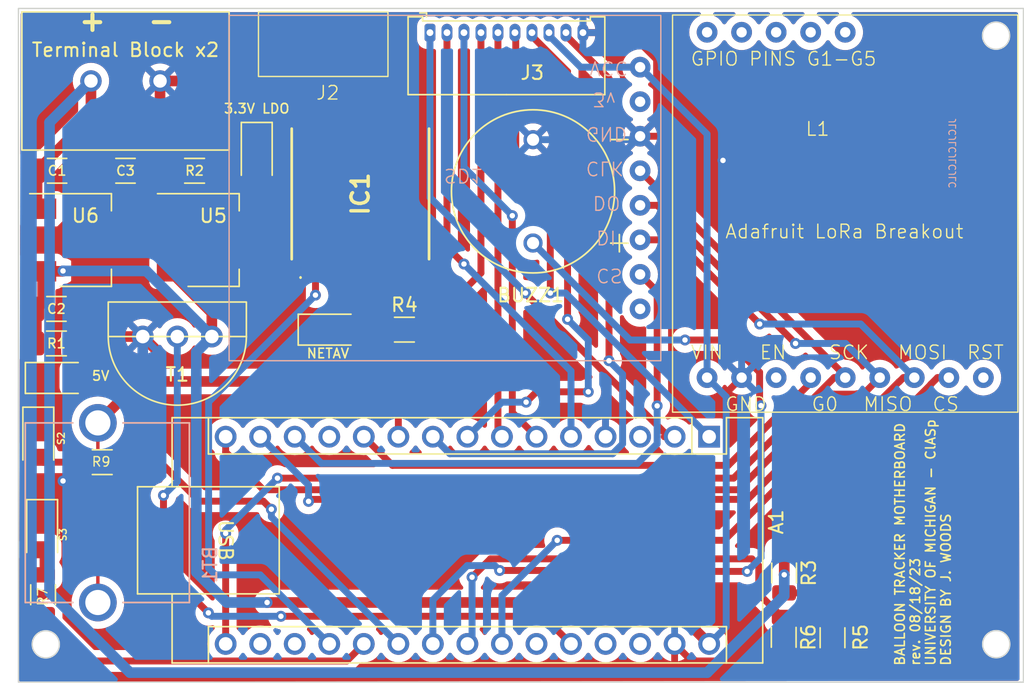
<source format=kicad_pcb>
(kicad_pcb (version 20221018) (generator pcbnew)
  (layers (0 "F.Cu" signal) (31 "B.Cu" signal) (34 "B.Paste" user) (35 "F.Paste" user) (36 "B.SilkS" user "B.Silkscreen") (37 "F.SilkS" user "F.Silkscreen") (38 "B.Mask" user) (39 "F.Mask" user) (44 "Edge.Cuts" user))
  (net 0 "")
  (net 1 "Net-(A1-TX1)")
  (net 2 "Net-(A1-RX1)")
  (net 3 "GND")
  (net 4 "Net-(A1-D2)")
  (net 5 "Net-(A1-D3)")
  (net 6 "Net-(A1-D4)")
  (net 7 "Net-(A1-D5)")
  (net 8 "Net-(A1-D6)")
  (net 9 "Net-(A1-D7)")
  (net 10 "Net-(A1-D8)")
  (net 11 "Net-(A1-D9)")
  (net 12 "Net-(A1-D10)")
  (net 13 "Net-(A1-MOSI)")
  (net 14 "Net-(A1-MISO)")
  (net 15 "Net-(A1-SCK)")
  (net 18 "Net-(A1-A0)")
  (net 19 "Net-(A1-A1)")
  (net 20 "Net-(A1-A2)")
  (net 21 "Net-(A1-A3)")
  (net 22 "Net-(A1-SDA{slash}A4)")
  (net 23 "Net-(A1-SCL{slash}A5)")
  (net 24 "Net-(A1-A7)")
  (net 27 "+5V")
  (net 28 "Net-(IC1-V_BCKP)")
  (net 29 "Net-(P1-+)")
  (net 30 "+3.3V")
  (net 31 "Net-(D1-A)")
  (net 32 "Net-(D2-A)")
  (net 33 "Net-(D4-A)")
  (net 37 "Net-(IC1-RF_IN)")
  (net 49 "Net-(R3-Pad2)")
  (net 50 "Net-(S3-A)")
  (net 51 "Net-(S2-A)")
  (footprint "Tracker Custom Library:TMP36" (layer "F.Cu") (at 24.892 38.1 180)
    (fp_text reference "T1")
    (fp_text value "TMP36")
  )
  (footprint "Resistor_SMD:R_1206_3216Metric" (layer "F.Cu") (at 16.002 38.608 180)
    (fp_text reference "R1")
    (fp_text value "Resistor" hide)
  )
  (footprint "Connector_Molex:Molex_PicoBlade_53048-1010_1x10_P1.25mm_Horizontal" (layer "F.Cu") (at 43.474 15.748)
    (fp_text reference "J3")
    (fp_text value "10 Pin PicoBlade MOLEX" hide)
  )
  (footprint "LED_SMD:LED_1206_3216Metric" (layer "F.Cu") (at 36.068 37.592)
    (fp_text reference "D4" hide)
    (fp_text value "NETAV")
  )
  (footprint "Package_TO_SOT_SMD:SOT-223-3_TabPin2" (layer "F.Cu") (at 18.136 31.002)
    (fp_text reference "U6")
    (fp_text value "LD1117S50TR_SOT223" hide)
  )
  (footprint "Resistor_SMD:R_1206_3216Metric" (layer "F.Cu") (at 69.49 60.22 -90)
    (fp_text reference "R6")
    (fp_text value "480K")
  )
  (footprint "Resistor_SMD:R_1206_3216Metric" (layer "F.Cu") (at 69.52 55.49 -90)
    (fp_text reference "R3")
    (fp_text value "1K")
  )
  (footprint "Resistor_SMD:R_1206_3216Metric" (layer "F.Cu") (at 19.37 47.34)
    (fp_text reference "R9")
    (fp_text value "Resistor")
  )
  (footprint "Tracker Custom Library:Terminal Block x2" (layer "F.Cu") (at 21.082 19.304)
    (fp_text reference "P1" hide)
    (fp_text value "Terminal Block x2")
  )
  (footprint "Capacitor_SMD:C_1206_3216Metric" (layer "F.Cu") (at 16.051 25.908)
    (fp_text reference "C1")
    (fp_text value "Capacitor" hide)
  )
  (footprint "Capacitor_SMD:C_1206_3216Metric" (layer "F.Cu") (at 16.002 36.068)
    (fp_text reference "C2")
    (fp_text value "Capacitor" hide)
  )
  (footprint "Package_TO_SOT_SMD:SOT-223-3_TabPin2" (layer "F.Cu") (at 27.534 31.002)
    (fp_text reference "U5")
    (fp_text value "LD1117S33TR_SOT223" hide)
  )
  (footprint "Tracker Custom Library:Molex SMA Edge Mount" (layer "F.Cu") (at 40.386 14.224)
    (fp_text reference "J2")
    (fp_text value "Conn_Coaxial" hide)
  )
  (footprint "LED_SMD:LED_1206_3216Metric" (layer "F.Cu") (at 30.734 24.638 -90)
    (fp_text reference "D2" hide)
    (fp_text value "3.3V LDO")
  )
  (footprint "Tracker Custom Library:XDCR_AI-1224-TWT-5V-R" (layer "F.Cu") (at 51.054 27.422 180)
    (fp_text reference "BUZZ1")
    (fp_text value "Buzzer")
  )
  (footprint "Capacitor_SMD:C_1206_3216Metric" (layer "F.Cu") (at 21.082 25.908 180)
    (fp_text reference "C3")
    (fp_text value "Capacitor" hide)
  )
  (footprint "Resistor_SMD:R_1206_3216Metric" (layer "F.Cu") (at 15.02 57.0875 -90)
    (fp_text reference "R7")
    (fp_text value "Resistor")
  )
  (footprint "Resistor_SMD:R_1206_3216Metric" (layer "F.Cu") (at 73.08 60.25 90)
    (fp_text reference "R5")
    (fp_text value "1K")
  )
  (footprint "LED_SMD:LED_1206_3216Metric" (layer "F.Cu") (at 14.95 52.38 -90)
    (fp_text reference "S3")
    (fp_text value "NETAV")
  )
  (footprint "Tracker Custom Library:Adafruit LoRa Breakout" (layer "F.Cu") (at 61.314 14.451)
    (fp_text reference "L1")
    (fp_text value "Lora" hide)
  )
  (footprint "Resistor_SMD:R_1206_3216Metric" (layer "F.Cu") (at 41.5945 37.592)
    (fp_text reference "R4")
    (fp_text value "Resistor")
  )
  (footprint "Resistor_SMD:R_1206_3216Metric" (layer "F.Cu") (at 26.162 25.908 180)
    (fp_text reference "R2")
    (fp_text value "Resistor" hide)
  )
  (footprint "Tracker Custom Library:MAXM10S00B" (layer "F.Cu") (at 38.356 27.61 -90)
    (fp_text reference "IC1")
    (fp_text value "MAX-M10S-00B" hide)
  )
  (footprint "Module:Arduino_Nano" (layer "F.Cu") (at 64.008 45.466 -90)
    (fp_text reference "A1")
    (fp_text value "Arduino_Nano_Every")
  )
  (footprint "LED_SMD:LED_1206_3216Metric" (layer "F.Cu") (at 14.67 45.58 -90)
    (fp_text reference "S2")
    (fp_text value "NETAV")
  )
  (footprint "LED_SMD:LED_1206_3216Metric" (layer "F.Cu") (at 16.002 41.148)
    (fp_text reference "D1" hide)
    (fp_text value "5V LDO" hide)
  )
  (footprint "Tracker Custom Library:Adafruit 5V SD Breakout Brd+" (layer "B.Cu") (at 60.452 39.878)
    (fp_text reference "SD1")
    (fp_text value "~")
  )
  (footprint "Tracker Custom Library:BAT_2997" (layer "B.Cu") (at 19.05 51.055 90)
    (fp_text reference "BT1")
    (fp_text value "2997")
  )
  (gr_rect (start 13.208 13.97) (end 87.122 63.518) (stroke (width 0.1)) (fill none) (layer "Edge.Cuts"))
  (gr_circle (center 15.22 60.738) (end 15.19 59.738) (stroke (width 0.1)) (fill none) (layer "Edge.Cuts"))
  (gr_circle (center 85.122 60.726) (end 84.122 60.756) (stroke (width 0.1)) (fill none) (layer "Edge.Cuts"))
  (gr_circle (center 85.11 15.97) (end 85.14 16.97) (stroke (width 0.1)) (fill none) (layer "Edge.Cuts"))
  (gr_text "JLCJLCJLCJLC" (at 82.2 22 90) (layer "B.SilkS") (effects (font (size 0.5 0.5) (thickness 0.075)) (justify left bottom mirror)))
  (gr_text "NETAV" (at 34.34 39.75) (layer "F.SilkS") (effects (font (size 0.7 0.7) (thickness 0.12) bold) (justify left bottom)))
  (gr_text "+" (at 17.526 15.748) (layer "F.SilkS") (effects (font (size 1.5 1.5) (thickness 0.3) bold) (justify left bottom)))
  (gr_text "-" (at 22.606 15.748) (layer "F.SilkS") (effects (font (size 1.5 1.5) (thickness 0.3) bold) (justify left bottom)))
  (gr_text "BALLOON TRACKER MOTHERBOARD\nrev. 08/18/23\nUNIVERSITY OF MICHIGAN - ClASp\nDESIGN BY J. WOODS" (at 81.83 62.37 90) (layer "F.SilkS") (effects (font (size 0.7 0.7) (thickness 0.12) bold) (justify left bottom)))
  (gr_text "5V" (at 18.542 41.402) (layer "F.SilkS") (effects (font (size 0.7 0.7) (thickness 0.12) bold) (justify left bottom)))
  (segment (start 49.724 15.748) (end 49.724 15.998) (width 0.508) (layer "F.Cu") (net 1))
  (segment (start 52.324 30.226) (end 52.324 34.9) (width 0.508) (layer "F.Cu") (net 1))
  (segment (start 49.784 16.058) (end 49.784 27.686) (width 0.508) (layer "F.Cu") (net 1))
  (segment (start 49.724 15.998) (end 49.784 16.058) (width 0.508) (layer "F.Cu") (net 1))
  (segment (start 49.784 27.686) (end 52.324 30.226) (width 0.508) (layer "F.Cu") (net 1))
  (via (at 52.324 34.9) (size 0.8) (drill 0.4) (layers "F.Cu" "B.Cu") (net 1))
  (segment (start 64.008 45.466) (end 53.442 34.9) (width 0.508) (layer "B.Cu") (net 1))
  (segment (start 63.66034 45.466) (end 64.008 45.466) (width 0.508) (layer "B.Cu") (net 1))
  (segment (start 53.442 34.9) (end 52.324 34.9) (width 0.508) (layer "B.Cu") (net 1))
  (segment (start 50.5 34.943739) (end 50.5 34.9) (width 0.508) (layer "F.Cu") (net 2))
  (segment (start 60.706 45.466) (end 61.468 45.466) (width 0.508) (layer "F.Cu") (net 2))
  (segment (start 61.022261 45.466) (end 50.5 34.943739) (width 0.508) (layer "F.Cu") (net 2))
  (segment (start 61.468 45.466) (end 61.022261 45.466) (width 0.508) (layer "F.Cu") (net 2))
  (via (at 50.5 34.9) (size 0.8) (drill 0.4) (layers "F.Cu" "B.Cu") (net 2))
  (segment (start 43.474 27.874) (end 43.474 15.748) (width 0.508) (layer "B.Cu") (net 2))
  (segment (start 50.5 34.9) (end 43.474 27.874) (width 0.508) (layer "B.Cu") (net 2))
  (segment (start 58.166 15.748) (end 54.724 15.748) (width 0.508) (layer "F.Cu") (net 3))
  (segment (start 19.607 25.908) (end 23.622 21.893) (width 0.78232) (layer "F.Cu") (net 3))
  (segment (start 22.352 38.1) (end 19.509 38.1) (width 0.78232) (layer "F.Cu") (net 3))
  (segment (start 14.602 41.148) (end 15.69316 40.05684) (width 0.78232) (layer "F.Cu") (net 3))
  (segment (start 14.67 44.18) (end 14.67 41.216) (width 0.508) (layer "F.Cu") (net 3))
  (segment (start 16.76832 31.002) (end 17.477 31.71068) (width 0.78232) (layer "F.Cu") (net 3))
  (segment (start 17.526 29.09432) (end 17.526 25.908) (width 0.78232) (layer "F.Cu") (net 3))
  (segment (start 63.246 23.368) (end 58.928 23.368) (width 0.508) (layer "F.Cu") (net 3))
  (segment (start 33.956 36.88) (end 34.668 37.592) (width 0.78232) (layer "F.Cu") (net 3))
  (segment (start 40.556 22.86) (end 40.556 23.968) (width 0.508) (layer "F.Cu") (net 3))
  (segment (start 60.144 22.152) (end 60.144 17.726) (width 0.508) (layer "F.Cu") (net 3))
  (segment (start 26.8 19.304) (end 23.622 19.304) (width 0.78232) (layer "F.Cu") (net 3))
  (segment (start 42.756 22.86) (end 42.756 23.968) (width 0.508) (layer "F.Cu") (net 3))
  (segment (start 40.556 23.968) (end 40.31 24.214) (width 0.508) (layer "F.Cu") (net 3))
  (segment (start 62.722 61.96) (end 69.2125 61.96) (width 0.508) (layer "F.Cu") (net 3))
  (segment (start 42.51 24.214) (end 40.31 24.214) (width 0.508) (layer "F.Cu") (net 3))
  (segment (start 17.526 25.908) (end 19.607 25.908) (width 0.78232) (layer "F.Cu") (net 3))
  (segment (start 21.286 31.002) (end 16.76832 31.002) (width 0.78232) (layer "F.Cu") (net 3))
  (segment (start 14.95 50.25584) (end 16.48584 48.72) (width 0.508) (layer "F.Cu") (net 3))
  (segment (start 15.69316 37.85184) (end 17.477 36.068) (width 0.78232) (layer "F.Cu") (net 3))
  (segment (start 32.42584 39.83416) (end 24.08616 39.83416) (width 0.78232) (layer "F.Cu") (net 3))
  (segment (start 31.71 24.214) (end 30.734 23.238) (width 0.508) (layer "F.Cu") (net 3))
  (segment (start 23.622 21.893) (end 23.622 19.304) (width 0.78232) (layer "F.Cu") (net 3))
  (segment (start 14.986 31.002) (end 16.76832 31.002) (width 0.78232) (layer "F.Cu") (net 3))
  (segment (start 31.3985 16.5865) (end 31.3985 22.5735) (width 0.78232) (layer "F.Cu") (net 3))
  (segment (start 58.928 23.368) (end 60.144 22.152) (width 0.508) (layer "F.Cu") (net 3))
  (segment (start 15.61832 31.002) (end 17.526 29.09432) (width 0.78232) (layer "F.Cu") (net 3))
  (segment (start 17.477 31.71068) (end 17.477 36.068) (width 0.78232) (layer "F.Cu") (net 3))
  (segment (start 61.468 60.706) (end 62.722 61.96) (width 0.508) (layer "F.Cu") (net 3))
  (segment (start 14.67 41.216) (end 14.602 41.148) (width 0.508) (layer "F.Cu") (net 3))
  (segment (start 69.2125 61.96) (end 69.49 61.6825) (width 0.508) (layer "F.Cu") (net 3))
  (segment (start 19.509 38.1) (end 17.477 36.068) (width 0.78232) (layer "F.Cu") (net 3))
  (segment (start 30.734 23.238) (end 26.8 19.304) (width 0.78232) (layer "F.Cu") (net 3))
  (segment (start 23.586 28.702) (end 24.384 28.702) (width 0.78232) (layer "F.Cu") (net 3))
  (segment (start 40.31 24.214) (end 31.71 24.214) (width 0.508) (layer "F.Cu") (net 3))
  (segment (start 42.756 22.86) (end 42.756 19.519) (width 0.508) (layer "F.Cu") (net 3))
  (segment (start 24.08616 39.83416) (end 22.352 38.1) (width 0.78232) (layer "F.Cu") (net 3))
  (segment (start 42.756 19.519) (end 39.836 16.599) (width 0.508) (layer "F.Cu") (net 3))
  (segment (start 31.3985 22.5735) (end 30.734 23.238) (width 0.78232) (layer "F.Cu") (net 3))
  (segment (start 34.668 37.592) (end 32.42584 39.83416) (width 0.78232) (layer "F.Cu") (net 3))
  (segment (start 14.986 31.002) (end 15.61832 31.002) (width 0.78232) (layer "F.Cu") (net 3))
  (segment (start 42.756 23.968) (end 42.51 24.214) (width 0.508) (layer "F.Cu") (net 3))
  (segment (start 21.286 31.002) (end 23.586 28.702) (width 0.78232) (layer "F.Cu") (net 3))
  (segment (start 60.144 17.726) (end 58.166 15.748) (width 0.508) (layer "F.Cu") (net 3))
  (segment (start 65.024 25.146) (end 63.246 23.368) (width 0.508) (layer "F.Cu") (net 3))
  (segment (start 33.956 32.36) (end 33.956 36.88) (width 0.78232) (layer "F.Cu") (net 3))
  (segment (start 15.69316 40.05684) (end 15.69316 37.85184) (width 0.78232) (layer "F.Cu") (net 3))
  (segment (start 14.95 50.98) (end 14.95 50.25584) (width 0.508) (layer "F.Cu") (net 3))
  (via (at 16.48584 48.72) (size 0.8) (drill 0.4) (layers "F.Cu" "B.Cu") (net 3))
  (via (at 65.024 25.146) (size 0.8) (drill 0.4) (layers "F.Cu" "B.Cu") (net 3))
  (segment (start 19.05 51.055) (end 21.81232 51.055) (width 0.78232) (layer "B.Cu") (net 3))
  (segment (start 16.715 48.72) (end 19.05 51.055) (width 0.508) (layer "B.Cu") (net 3))
  (segment (start 58.674 23.622) (end 58.928 23.368) (width 0.508) (layer "B.Cu") (net 3))
  (segment (start 16.48584 48.72) (end 16.715 48.72) (width 0.508) (layer "B.Cu") (net 3))
  (segment (start 66.394 41.121) (end 66.394 26.516) (width 0.508) (layer "B.Cu") (net 3))
  (segment (start 21.81232 51.055) (end 22.352 50.51532) (width 0.78232) (layer "B.Cu") (net 3))
  (segment (start 22.352 50.51532) (end 22.352 38.1) (width 0.78232) (layer "B.Cu") (net 3))
  (segment (start 66.394 26.516) (end 65.024 25.146) (width 0.508) (layer "B.Cu") (net 3))
  (segment (start 51.054 23.622) (end 58.674 23.622) (width 0.508) (layer "B.Cu") (net 3))
  (segment (start 44.724 31.516) (end 45.974 32.766) (width 0.508) (layer "F.Cu") (net 4))
  (segment (start 44.724 15.748) (end 44.724 31.516) (width 0.508) (layer "F.Cu") (net 4))
  (via (at 45.974 32.766) (size 0.8) (drill 0.4) (layers "F.Cu" "B.Cu") (net 4))
  (segment (start 45.974 32.766) (end 53.848 40.64) (width 0.508) (layer "B.Cu") (net 4))
  (segment (start 53.848 40.64) (end 53.848 45.466) (width 0.508) (layer "B.Cu") (net 4))
  (segment (start 49.53 43.688) (end 51.308 45.466) (width 0.508) (layer "F.Cu") (net 5))
  (segment (start 49.53 29.21) (end 49.53 43.688) (width 0.508) (layer "F.Cu") (net 5))
  (via (at 49.53 29.21) (size 0.8) (drill 0.4) (layers "F.Cu" "B.Cu") (net 5))
  (segment (start 45.974 15.748) (end 45.974 25.654) (width 0.508) (layer "B.Cu") (net 5))
  (segment (start 45.974 25.654) (end 49.53 29.21) (width 0.508) (layer "B.Cu") (net 5))
  (segment (start 48.474 15.748) (end 48.474 45.172) (width 0.508) (layer "F.Cu") (net 6))
  (segment (start 48.474 45.172) (end 48.768 45.466) (width 0.508) (layer "F.Cu") (net 6))
  (segment (start 51.308 42.164) (end 50.546 42.926) (width 0.508) (layer "F.Cu") (net 7))
  (segment (start 53.594 18.618) (end 53.594 36.83) (width 0.508) (layer "F.Cu") (net 7))
  (segment (start 50.974 15.998) (end 53.594 18.618) (width 0.508) (layer "F.Cu") (net 7))
  (segment (start 55.118 42.164) (end 51.308 42.164) (width 0.508) (layer "F.Cu") (net 7))
  (segment (start 50.974 15.748) (end 50.974 15.998) (width 0.508) (layer "F.Cu") (net 7))
  (via (at 50.546 42.926) (size 0.8) (drill 0.4) (layers "F.Cu" "B.Cu") (net 7))
  (via (at 53.594 36.83) (size 0.8) (drill 0.4) (layers "F.Cu" "B.Cu") (net 7))
  (via (at 55.118 42.164) (size 0.8) (drill 0.4) (layers "F.Cu" "B.Cu") (net 7))
  (segment (start 48.768 42.926) (end 46.228 45.466) (width 0.508) (layer "B.Cu") (net 7))
  (segment (start 50.546 42.926) (end 48.768 42.926) (width 0.508) (layer "B.Cu") (net 7))
  (segment (start 53.594 36.83) (end 55.118 38.354) (width 0.508) (layer "B.Cu") (net 7))
  (segment (start 55.118 38.354) (end 55.118 42.164) (width 0.508) (layer "B.Cu") (net 7))
  (segment (start 53.474 15.955738) (end 56.642 19.123738) (width 0.508) (layer "F.Cu") (net 8))
  (segment (start 53.474 15.748) (end 53.474 15.955738) (width 0.508) (layer "F.Cu") (net 8))
  (segment (start 56.642 19.123738) (end 56.642 39.878) (width 0.508) (layer "F.Cu") (net 8))
  (via (at 56.642 39.878) (size 0.8) (drill 0.4) (layers "F.Cu" "B.Cu") (net 8))
  (segment (start 56.642 39.878) (end 57.642 40.878) (width 0.508) (layer "B.Cu") (net 8))
  (segment (start 56.912 46.72) (end 44.942 46.72) (width 0.508) (layer "B.Cu") (net 8))
  (segment (start 57.642 45.99) (end 56.912 46.72) (width 0.508) (layer "B.Cu") (net 8))
  (segment (start 57.642 40.878) (end 57.642 45.99) (width 0.508) (layer "B.Cu") (net 8))
  (segment (start 44.942 46.72) (end 43.688 45.466) (width 0.508) (layer "B.Cu") (net 8))
  (segment (start 41.148 39.501) (end 41.148 45.466) (width 0.508) (layer "F.Cu") (net 9))
  (segment (start 47.224 33.425) (end 47.224 15.748) (width 0.508) (layer "F.Cu") (net 9))
  (segment (start 43.057 37.592) (end 41.148 39.501) (width 0.508) (layer "F.Cu") (net 9))
  (segment (start 43.057 37.592) (end 47.224 33.425) (width 0.508) (layer "F.Cu") (net 9))
  (segment (start 65.409264 47.574) (end 40.716 47.574) (width 0.508) (layer "F.Cu") (net 10))
  (segment (start 71.474 41.121) (end 71.474 41.486) (width 0.508) (layer "F.Cu") (net 10))
  (segment (start 40.716 47.574) (end 38.608 45.466) (width 0.508) (layer "F.Cu") (net 10))
  (segment (start 71.474 41.486) (end 67.102 45.858) (width 0.508) (layer "F.Cu") (net 10))
  (segment (start 67.102 45.881264) (end 65.409264 47.574) (width 0.508) (layer "F.Cu") (net 10))
  (segment (start 67.102 45.858) (end 67.102 45.881264) (width 0.508) (layer "F.Cu") (net 10))
  (segment (start 60.182654 34.782654) (end 60.182654 43.195346) (width 0.508) (layer "F.Cu") (net 12))
  (segment (start 58.928 33.528) (end 60.182654 34.782654) (width 0.508) (layer "F.Cu") (net 12))
  (via (at 60.182654 43.195346) (size 0.8) (drill 0.4) (layers "F.Cu" "B.Cu") (net 12))
  (segment (start 58.739424 47.428) (end 35.49 47.428) (width 0.508) (layer "B.Cu") (net 12))
  (segment (start 60.182654 43.195346) (end 60.182654 45.98477) (width 0.508) (layer "B.Cu") (net 12))
  (segment (start 35.49 47.428) (end 33.528 45.466) (width 0.508) (layer "B.Cu") (net 12))
  (segment (start 60.182654 45.98477) (end 58.739424 47.428) (width 0.508) (layer "B.Cu") (net 12))
  (segment (start 66.834 50.076) (end 34.544 50.076) (width 0.508) (layer "F.Cu") (net 13))
  (segment (start 34.544 50.076) (end 34.544 50.2215) (width 0.508) (layer "F.Cu") (net 13))
  (segment (start 77.99 41.42) (end 77.974684 41.42) (width 0.508) (layer "F.Cu") (net 13))
  (segment (start 79.094 41.121) (end 78.289 41.121) (width 0.508) (layer "F.Cu") (net 13))
  (segment (start 73.865 43.045) (end 66.834 50.076) (width 0.508) (layer "F.Cu") (net 13))
  (segment (start 58.928 30.988) (end 61.530968 30.988) (width 0.508) (layer "F.Cu") (net 13))
  (segment (start 77.974684 41.42) (end 76.349684 43.045) (width 0.508) (layer "F.Cu") (net 13))
  (segment (start 76.349684 43.045) (end 73.865 43.045) (width 0.508) (layer "F.Cu") (net 13))
  (segment (start 61.530968 30.988) (end 67.722484 37.179516) (width 0.508) (layer "F.Cu") (net 13))
  (segment (start 78.289 41.121) (end 77.99 41.42) (width 0.508) (layer "F.Cu") (net 13))
  (via (at 67.722484 37.179516) (size 0.8) (drill 0.4) (layers "F.Cu" "B.Cu") (net 13))
  (via (at 34.544 50.2215) (size 0.8) (drill 0.4) (layers "F.Cu" "B.Cu") (net 13))
  (segment (start 67.722484 37.179516) (end 75.152516 37.179516) (width 0.508) (layer "B.Cu") (net 13))
  (segment (start 75.152516 37.179516) (end 79.094 41.121) (width 0.508) (layer "B.Cu") (net 13))
  (segment (start 34.544 50.2215) (end 34.544 49.022) (width 0.508) (layer "B.Cu") (net 13))
  (segment (start 34.544 49.022) (end 30.988 45.466) (width 0.508) (layer "B.Cu") (net 13))
  (segment (start 74.853 42.337) (end 73.183 42.337) (width 0.508) (layer "F.Cu") (net 14))
  (segment (start 73.183 42.337) (end 66.152 49.368) (width 0.508) (layer "F.Cu") (net 14))
  (segment (start 31.21863 49.368) (end 28.448 46.59737) (width 0.508) (layer "F.Cu") (net 14))
  (segment (start 74.88 42.31) (end 74.853 42.337) (width 0.508) (layer "F.Cu") (net 14))
  (segment (start 58.928 28.448) (end 60.198 28.448) (width 0.508) (layer "F.Cu") (net 14))
  (segment (start 60.198 28.448) (end 70.358 38.608) (width 0.508) (layer "F.Cu") (net 14))
  (segment (start 75.365 42.31) (end 74.88 42.31) (width 0.508) (layer "F.Cu") (net 14))
  (segment (start 28.448 46.59737) (end 28.448 45.466) (width 0.508) (layer "F.Cu") (net 14))
  (segment (start 76.554 41.121) (end 75.365 42.31) (width 0.508) (layer "F.Cu") (net 14))
  (segment (start 66.152 49.368) (end 31.21863 49.368) (width 0.508) (layer "F.Cu") (net 14))
  (via (at 70.358 38.608) (size 0.8) (drill 0.4) (layers "F.Cu" "B.Cu") (net 14))
  (segment (start 70.358 38.608) (end 74.041 38.608) (width 0.508) (layer "B.Cu") (net 14))
  (segment (start 74.041 38.608) (end 76.554 41.121) (width 0.508) (layer "B.Cu") (net 14))
  (segment (start 74.014 41.121) (end 73.199 41.121) (width 0.508) (layer "F.Cu") (net 15))
  (segment (start 65.806 48.514) (end 32.258 48.514) (width 0.508) (layer "F.Cu") (net 15))
  (segment (start 73.199 41.121) (end 65.806 48.514) (width 0.508) (layer "F.Cu") (net 15))
  (segment (start 58.928 25.908) (end 74.014 40.994) (width 0.508) (layer "F.Cu") (net 15))
  (segment (start 74.014 40.994) (end 74.014 41.121) (width 0.508) (layer "F.Cu") (net 15))
  (segment (start 28.448 52.578) (end 28.448 60.706) (width 0.508) (layer "F.Cu") (net 15))
  (via (at 32.258 48.514) (size 0.8) (drill 0.4) (layers "F.Cu" "B.Cu") (net 15))
  (via (at 28.448 52.578) (size 0.8) (drill 0.4) (layers "F.Cu" "B.Cu") (net 15))
  (segment (start 28.448 52.324) (end 28.448 52.578) (width 0.508) (layer "B.Cu") (net 15))
  (segment (start 32.258 48.514) (end 28.448 52.324) (width 0.508) (layer "B.Cu") (net 15))
  (segment (start 35.056 35.048) (end 35.052 35.052) (width 0.508) (layer "F.Cu") (net 18))
  (segment (start 35.056 32.36) (end 35.056 35.048) (width 0.508) (layer "F.Cu") (net 18))
  (via (at 35.052 35.052) (size 0.8) (drill 0.4) (layers "F.Cu" "B.Cu") (net 18))
  (segment (start 27.194 42.91) (end 27.194 55.134) (width 0.508) (layer "B.Cu") (net 18))
  (segment (start 30.988 55.626) (end 36.068 60.706) (width 0.508) (layer "B.Cu") (net 18))
  (segment (start 27.194 55.134) (end 27.686 55.626) (width 0.508) (layer "B.Cu") (net 18))
  (segment (start 27.686 55.626) (end 30.988 55.626) (width 0.508) (layer "B.Cu") (net 18))
  (segment (start 35.052 35.052) (end 27.194 42.91) (width 0.508) (layer "B.Cu") (net 18))
  (segment (start 38.608 60.706) (end 37.354 61.96) (width 0.508) (layer "F.Cu") (net 19))
  (segment (start 37.354 61.96) (end 18.43 61.96) (width 0.508) (layer "F.Cu") (net 19))
  (segment (start 18.43 61.96) (end 15.02 58.55) (width 0.508) (layer "F.Cu") (net 19))
  (segment (start 26.509843 50.20884) (end 23.641003 47.34) (width 0.508) (layer "F.Cu") (net 20))
  (segment (start 31.81 50.8) (end 31.21884 50.20884) (width 0.508) (layer "F.Cu") (net 20))
  (segment (start 31.21884 50.20884) (end 26.509843 50.20884) (width 0.508) (layer "F.Cu") (net 20))
  (segment (start 23.641003 47.34) (end 20.8325 47.34) (width 0.508) (layer "F.Cu") (net 20))
  (via (at 31.81 50.8) (size 0.8) (drill 0.4) (layers "F.Cu" "B.Cu") (net 20))
  (segment (start 31.81 51.368) (end 31.81 50.8) (width 0.508) (layer "B.Cu") (net 20))
  (segment (start 41.148 60.706) (end 31.81 51.368) (width 0.508) (layer "B.Cu") (net 20))
  (segment (start 67.718 43.08) (end 67.818 43.18) (width 0.508) (layer "F.Cu") (net 21))
  (segment (start 65.346684 38.354) (end 67.718 40.725316) (width 0.508) (layer "F.Cu") (net 21))
  (segment (start 66.802 55.372) (end 53.7 55.372) (width 0.508) (layer "F.Cu") (net 21))
  (segment (start 53.7 55.372) (end 53.34 55.372) (width 0.508) (layer "F.Cu") (net 21))
  (segment (start 62.23 38.354) (end 65.346684 38.354) (width 0.508) (layer "F.Cu") (net 21))
  (segment (start 48.6 55.3035) (end 53.6315 55.3035) (width 0.508) (layer "F.Cu") (net 21))
  (segment (start 67.718 40.725316) (end 67.718 43.08) (width 0.508) (layer "F.Cu") (net 21))
  (segment (start 53.6315 55.3035) (end 53.7 55.372) (width 0.508) (layer "F.Cu") (net 21))
  (via (at 66.802 55.372) (size 0.8) (drill 0.4) (layers "F.Cu" "B.Cu") (net 21))
  (via (at 62.23 38.354) (size 0.8) (drill 0.4) (layers "F.Cu" "B.Cu") (net 21))
  (via (at 67.818 43.18) (size 0.8) (drill 0.4) (layers "F.Cu" "B.Cu") (net 21))
  (via (at 48.6 55.3035) (size 0.8) (drill 0.4) (layers "F.Cu" "B.Cu") (net 21))
  (segment (start 67.818 54.356) (end 66.802 55.372) (width 0.508) (layer "B.Cu") (net 21))
  (segment (start 48.2425 54.946) (end 48.6 55.3035) (width 0.508) (layer "B.Cu") (net 21))
  (segment (start 46.216261 54.946) (end 48.2425 54.946) (width 0.508) (layer "B.Cu") (net 21))
  (segment (start 43.688 57.474261) (end 46.216261 54.946) (width 0.508) (layer "B.Cu") (net 21))
  (segment (start 43.688 60.706) (end 43.688 57.474261) (width 0.508) (layer "B.Cu") (net 21))
  (segment (start 51.054 31.222) (end 58.186 38.354) (width 0.508) (layer "B.Cu") (net 21))
  (segment (start 67.818 43.18) (end 67.818 54.356) (width 0.508) (layer "B.Cu") (net 21))
  (segment (start 58.186 38.354) (end 62.23 38.354) (width 0.508) (layer "B.Cu") (net 21))
  (segment (start 67.656 57.021606) (end 67.656 54.956) (width 0.508) (layer "F.Cu") (net 22))
  (segment (start 67.656 54.956) (end 67.15 54.45) (width 0.508) (layer "F.Cu") (net 22))
  (segment (start 69.391894 58.7575) (end 67.656 57.021606) (width 0.508) (layer "F.Cu") (net 22))
  (segment (start 69.49 58.7575) (end 69.391894 58.7575) (width 0.508) (layer "F.Cu") (net 22))
  (segment (start 67.15 54.45) (end 47.92 54.45) (width 0.508) (layer "F.Cu") (net 22))
  (segment (start 73.08 58.7875) (end 69.52 58.7875) (width 0.508) (layer "F.Cu") (net 22))
  (segment (start 47.92 54.45) (end 46.57 55.8) (width 0.508) (layer "F.Cu") (net 22))
  (segment (start 69.52 58.7875) (end 69.49 58.7575) (width 0.508) (layer "F.Cu") (net 22))
  (via (at 46.57 55.8) (size 0.8) (drill 0.4) (layers "F.Cu" "B.Cu") (net 22))
  (segment (start 46.57 55.8) (end 46.57 60.364) (width 0.508) (layer "B.Cu") (net 22))
  (segment (start 46.57 60.364) (end 46.228 60.706) (width 0.508) (layer "B.Cu") (net 22))
  (segment (start 74.447 43.753) (end 65.114 53.086) (width 0.508) (layer "F.Cu") (net 23))
  (segment (start 78.181684 43.753) (end 74.447 43.753) (width 0.508) (layer "F.Cu") (net 23))
  (segment (start 65.114 53.086) (end 52.832 53.086) (width 0.508) (layer "F.Cu") (net 23))
  (segment (start 80.799 41.121) (end 80.31 41.61) (width 0.508) (layer "F.Cu") (net 23))
  (segment (start 80.31 41.61) (end 80.31 41.624684) (width 0.508) (layer "F.Cu") (net 23))
  (segment (start 81.634 41.121) (end 80.799 41.121) (width 0.508) (layer "F.Cu") (net 23))
  (segment (start 80.31 41.624684) (end 78.181684 43.753) (width 0.508) (layer "F.Cu") (net 23))
  (via (at 52.832 53.086) (size 0.8) (drill 0.4) (layers "F.Cu" "B.Cu") (net 23))
  (segment (start 48.768 57.15) (end 48.768 60.706) (width 0.508) (layer "B.Cu") (net 23))
  (segment (start 52.832 53.086) (end 48.768 57.15) (width 0.508) (layer "B.Cu") (net 23))
  (segment (start 32.512 58.674) (end 51.816 58.674) (width 0.508) (layer "F.Cu") (net 24))
  (segment (start 23.876 49.784) (end 23.876 55.118) (width 0.508) (layer "F.Cu") (net 24))
  (segment (start 23.876 55.118) (end 27.178 58.42) (width 0.508) (layer "F.Cu") (net 24))
  (segment (start 51.816 58.674) (end 53.848 60.706) (width 0.508) (layer "F.Cu") (net 24))
  (via (at 27.178 58.42) (size 0.8) (drill 0.4) (layers "F.Cu" "B.Cu") (net 24))
  (via (at 32.512 58.674) (size 0.8) (drill 0.4) (layers "F.Cu" "B.Cu") (net 24))
  (via (at 23.876 49.784) (size 0.8) (drill 0.4) (layers "F.Cu" "B.Cu") (net 24))
  (segment (start 24.892 48.768) (end 23.876 49.784) (width 0.508) (layer "B.Cu") (net 24))
  (segment (start 27.432 58.674) (end 32.512 58.674) (width 0.508) (layer "B.Cu") (net 24))
  (segment (start 27.178 58.42) (end 27.432 58.674) (width 0.508) (layer "B.Cu") (net 24))
  (segment (start 24.892 38.1) (end 24.892 48.768) (width 0.508) (layer "B.Cu") (net 24))
  (segment (start 14.986 35.609) (end 14.527 36.068) (width 0.78232) (layer "F.Cu") (net 27))
  (segment (start 27.432 38.1) (end 27.432 36.35) (width 0.78232) (layer "F.Cu") (net 27))
  (segment (start 31.496 57.658) (end 60.96 57.658) (width 0.78232) (layer "F.Cu") (net 27))
  (segment (start 14.527 36.068) (end 14.527 38.5955) (width 0.78232) (layer "F.Cu") (net 27))
  (segment (start 14.986 33.302) (end 16.45834 33.302) (width 0.78232) (layer "F.Cu") (net 27))
  (segment (start 14.986 33.302) (end 14.986 35.609) (width 0.78232) (layer "F.Cu") (net 27))
  (segment (start 14.527 38.5955) (end 14.5395 38.608) (width 0.78232) (layer "F.Cu") (net 27))
  (segment (start 60.96 57.658) (end 64.008 60.706) (width 0.78232) (layer "F.Cu") (net 27))
  (segment (start 27.432 36.35) (end 24.384 33.302) (width 0.78232) (layer "F.Cu") (net 27))
  (segment (start 16.45834 33.302) (end 16.48634 33.274) (width 0.78232) (layer "F.Cu") (net 27))
  (via (at 16.48634 33.274) (size 0.8) (drill 0.4) (layers "F.Cu" "B.Cu") (net 27))
  (via (at 31.496 57.658) (size 0.8) (drill 0.4) (layers "F.Cu" "B.Cu") (net 27))
  (segment (start 54.556262 18.288) (end 58.928 18.288) (width 0.508) (layer "B.Cu") (net 27))
  (segment (start 22.606 33.274) (end 27.432 38.1) (width 0.78232) (layer "B.Cu") (net 27))
  (segment (start 65.262 59.452) (end 64.008 60.706) (width 0.508) (layer "B.Cu") (net 27))
  (segment (start 63.854 41.121) (end 65.262 42.529) (width 0.508) (layer "B.Cu") (net 27))
  (segment (start 63.854 41.121) (end 63.854 23.214) (width 0.508) (layer "B.Cu") (net 27))
  (segment (start 65.262 42.529) (end 65.262 59.452) (width 0.508) (layer "B.Cu") (net 27))
  (segment (start 52.224 15.748) (end 52.224 15.955738) (width 0.508) (layer "B.Cu") (net 27))
  (segment (start 28.522764 57.658) (end 31.496 57.658) (width 0.78232) (layer "B.Cu") (net 27))
  (segment (start 52.224 15.955738) (end 54.556262 18.288) (width 0.508) (layer "B.Cu") (net 27))
  (segment (start 26.289 55.424236) (end 28.522764 57.658) (width 0.78232) (layer "B.Cu") (net 27))
  (segment (start 16.48634 33.274) (end 22.606 33.274) (width 0.78232) (layer "B.Cu") (net 27))
  (segment (start 27.432 38.1) (end 26.289 39.243) (width 0.78232) (layer "B.Cu") (net 27))
  (segment (start 63.854 23.214) (end 58.928 18.288) (width 0.508) (layer "B.Cu") (net 27))
  (segment (start 26.289 39.243) (end 26.289 55.424236) (width 0.78232) (layer "B.Cu") (net 27))
  (segment (start 19.05 44.45) (end 22.098 41.402) (width 0.78232) (layer "F.Cu") (net 28))
  (segment (start 39.456 33.74232) (end 39.456 32.36) (width 0.78232) (layer "F.Cu") (net 28))
  (segment (start 39.34716 33.85116) (end 39.456 33.74232) (width 0.78232) (layer "F.Cu") (net 28))
  (segment (start 36.25184 36.46132) (end 38.862 33.85116) (width 0.78232) (layer "F.Cu") (net 28))
  (segment (start 38.862 33.85116) (end 39.34716 33.85116) (width 0.78232) (layer "F.Cu") (net 28))
  (segment (start 36.25184 39.89032) (end 36.25184 36.46132) (width 0.78232) (layer "F.Cu") (net 28))
  (segment (start 22.098 41.402) (end 34.74016 41.402) (width 0.78232) (layer "F.Cu") (net 28))
  (segment (start 19.05 57.66) (end 19.05 44.45) (width 0.25) (layer "F.Cu") (net 28))
  (segment (start 34.74016 41.402) (end 36.25184 39.89032) (width 0.78232) (layer "F.Cu") (net 28))
  (segment (start 69.53 55.62) (end 69.53 54.0375) (width 0.78232) (layer "F.Cu") (net 29))
  (segment (start 14.576 28.292) (end 14.986 28.702) (width 0.78232) (layer "F.Cu") (net 29))
  (segment (start 14.576 25.908) (end 14.576 28.292) (width 0.78232) (layer "F.Cu") (net 29))
  (segment (start 69.53 54.0375) (end 69.52 54.0275) (width 0.78232) (layer "F.Cu") (net 29))
  (segment (start 18.542 19.304) (end 18.542 21.942) (width 0.78232) (layer "F.Cu") (net 29))
  (segment (start 18.542 21.942) (end 14.576 25.908) (width 0.78232) (layer "F.Cu") (net 29))
  (via (at 69.53 55.62) (size 0.8) (drill 0.4) (layers "F.Cu" "B.Cu") (net 29))
  (segment (start 15.49518 56.903428) (end 21.406912 62.81516) (width 0.78232) (layer "B.Cu") (net 29))
  (segment (start 18.542 19.304) (end 15.49518 22.35082) (width 0.78232) (layer "B.Cu") (net 29))
  (segment (start 15.49518 22.35082) (end 15.49518 56.903428) (width 0.78232) (layer "B.Cu") (net 29))
  (segment (start 69.53 57.151398) (end 69.53 55.62) (width 0.78232) (layer "B.Cu") (net 29))
  (segment (start 63.866238 62.81516) (end 69.53 57.151398) (width 0.78232) (layer "B.Cu") (net 29))
  (segment (start 21.406912 62.81516) (end 63.866238 62.81516) (width 0.78232) (layer "B.Cu") (net 29))
  (segment (start 41.388 31.002) (end 40.306 31.002) (width 0.508) (layer "F.Cu") (net 30))
  (segment (start 25.97516 30.66684) (end 25.64 31.002) (width 0.78232) (layer "F.Cu") (net 30))
  (segment (start 41.656 32.36) (end 41.656 31.242) (width 0.508) (layer "F.Cu") (net 30))
  (segment (start 41.402 30.988) (end 41.388 31.002) (width 0.508) (layer "F.Cu") (net 30))
  (segment (start 24.384 31.002) (end 30.684 31.002) (width 0.78232) (layer "F.Cu") (net 30))
  (segment (start 41.656 31.242) (end 41.402 30.988) (width 0.508) (layer "F.Cu") (net 30))
  (segment (start 30.684 31.002) (end 40.306 31.002) (width 0.508) (layer "F.Cu") (net 30))
  (segment (start 25.97516 27.18366) (end 25.97516 30.66684) (width 0.78232) (layer "F.Cu") (net 30))
  (segment (start 40.306 31.002) (end 40.556 31.252) (width 0.508) (layer "F.Cu") (net 30))
  (segment (start 25.64 31.002) (end 24.384 31.002) (width 0.78232) (layer "F.Cu") (net 30))
  (segment (start 40.556 31.252) (end 40.556 32.36) (width 0.508) (layer "F.Cu") (net 30))
  (segment (start 24.6995 25.908) (end 25.97516 27.18366) (width 0.78232) (layer "F.Cu") (net 30))
  (segment (start 24.6995 25.908) (end 22.557 25.908) (width 0.78232) (layer "F.Cu") (net 30))
  (segment (start 17.4645 38.608) (end 17.4645 41.0855) (width 0.78232) (layer "F.Cu") (net 31))
  (segment (start 17.4645 41.0855) (end 17.402 41.148) (width 0.78232) (layer "F.Cu") (net 31))
  (segment (start 30.604 25.908) (end 30.734 26.038) (width 0.78232) (layer "F.Cu") (net 32))
  (segment (start 27.6245 25.908) (end 30.604 25.908) (width 0.78232) (layer "F.Cu") (net 32))
  (segment (start 37.468 37.592) (end 40.132 37.592) (width 0.78232) (layer "F.Cu") (net 33))
  (segment (start 41.656 22.86) (end 41.656 21.752) (width 0.508) (layer "F.Cu") (net 37))
  (segment (start 41.656 21.752) (end 40.224 20.32) (width 0.508) (layer "F.Cu") (net 37))
  (segment (start 35.6235 19.1135) (end 35.6235 16.5865) (width 0.508) (layer "F.Cu") (net 37))
  (segment (start 40.224 20.32) (end 36.83 20.32) (width 0.508) (layer "F.Cu") (net 37))
  (segment (start 36.83 20.32) (end 35.6235 19.1135) (width 0.508) (layer "F.Cu") (net 37))
  (segment (start 73.08 61.7125) (end 74.409 60.3835) (width 0.508) (layer "F.Cu") (net 49))
  (segment (start 74.409 60.3835) (end 74.409 58.149) (width 0.508) (layer "F.Cu") (net 49))
  (segment (start 74.409 58.149) (end 73.2125 56.9525) (width 0.508) (layer "F.Cu") (net 49))
  (segment (start 73.2125 56.9525) (end 69.52 56.9525) (width 0.508) (layer "F.Cu") (net 49))
  (segment (start 15.02 53.85) (end 14.95 53.78) (width 0.508) (layer "F.Cu") (net 50))
  (segment (start 15.02 55.625) (end 15.02 53.85) (width 0.508) (layer "F.Cu") (net 50))
  (segment (start 15.03 47.34) (end 14.67 46.98) (width 0.508) (layer "F.Cu") (net 51))
  (segment (start 17.9075 47.34) (end 15.03 47.34) (width 0.508) (layer "F.Cu") (net 51))
  (zone (net 3) (net_name "GND") (layers "F&B.Cu") (priority 1) (connect_pads thru_hole_only (clearance 0.55)) (min_thickness 0.3) (fill yes (thermal_gap 0.5) (thermal_bridge_width 0.5) (island_removal_mode 1) (island_area_min 10))
    (polygon (pts (xy 13.38 14.24) (xy 86.73 14.24) (xy 86.83 63.42) (xy 13.24 63.48)))
  )
)
</source>
